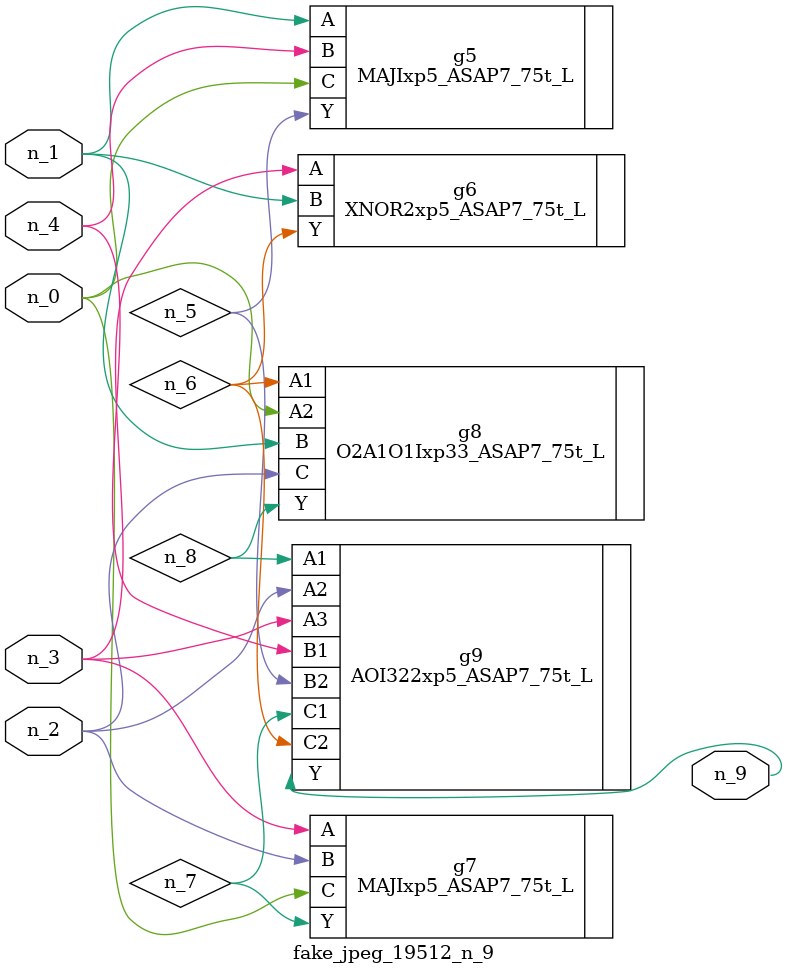
<source format=v>
module fake_jpeg_19512_n_9 (n_3, n_2, n_1, n_0, n_4, n_9);

input n_3;
input n_2;
input n_1;
input n_0;
input n_4;

output n_9;

wire n_8;
wire n_6;
wire n_5;
wire n_7;

MAJIxp5_ASAP7_75t_L g5 ( 
.A(n_1),
.B(n_4),
.C(n_0),
.Y(n_5)
);

XNOR2xp5_ASAP7_75t_L g6 ( 
.A(n_3),
.B(n_1),
.Y(n_6)
);

MAJIxp5_ASAP7_75t_L g7 ( 
.A(n_3),
.B(n_2),
.C(n_0),
.Y(n_7)
);

O2A1O1Ixp33_ASAP7_75t_L g8 ( 
.A1(n_6),
.A2(n_0),
.B(n_1),
.C(n_2),
.Y(n_8)
);

AOI322xp5_ASAP7_75t_L g9 ( 
.A1(n_8),
.A2(n_2),
.A3(n_3),
.B1(n_4),
.B2(n_5),
.C1(n_7),
.C2(n_6),
.Y(n_9)
);


endmodule
</source>
